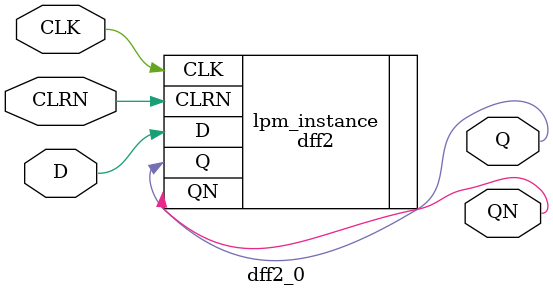
<source format=v>



module dff2_0(CLK,D,CLRN,Q,QN);
input CLK;
input D;
input CLRN;
output Q;
output QN;

dff2	lpm_instance(.CLK(CLK),.D(D),.CLRN(CLRN),.Q(Q),.QN(QN));

endmodule

</source>
